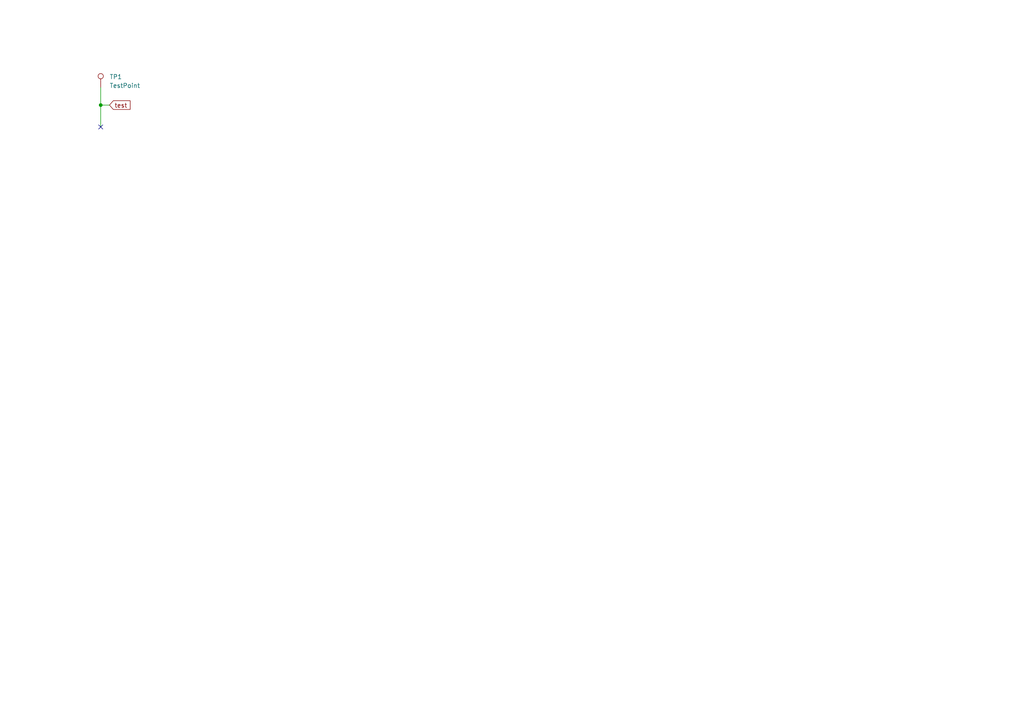
<source format=kicad_sch>
(kicad_sch (version 20210621) (generator eeschema)
  (paper "A4")
  (lib_symbols
    (symbol "Connector:TestPoint" (pin_numbers hide) (pin_names (offset 0.762) hide)
      (property "Reference" "TP" (at 0 6.858 0))
      (property "Value" "TestPoint" (at 0 5.08 0))
      (symbol "TestPoint_0_1"
        (circle (center 0 3.302) (radius 0.762))
      )
      (symbol "TestPoint_1_1"
        (pin passive line (at 0 0 90) (length 2.54) (name "1") (number "1"))
      )
    )
  )
  (junction (at 29.21 30.48) (diameter 0.9144))
  (no_connect (at 29.21 36.83))
  (wire (pts (xy 29.21 25.4) (xy 29.21 30.48)))
  (wire (pts (xy 29.21 30.48) (xy 29.21 36.83)))
  (wire (pts (xy 29.21 30.48) (xy 31.75 30.48)))
  (global_label "test" (shape input) (at 31.75 30.48 0) (property "Intersheet References" "${INTERSHEET_REFS}" (effects hide)))
  (symbol (lib_id "Connector:TestPoint") (at 29.21 25.4 0) (unit 1)
    (property "Reference" "TP1" (at 31.75 22.2884 0) (effects (justify left)))
    (property "Value" "TestPoint" (at 31.75 24.8284 0) (effects (justify left)))
  )
)
</source>
